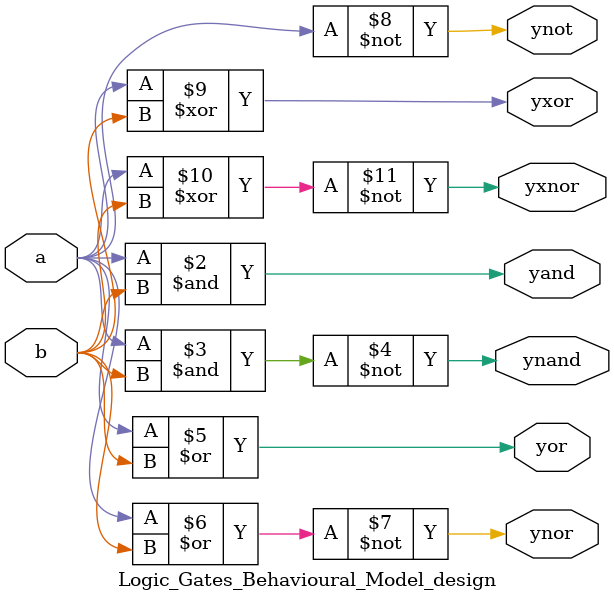
<source format=v>
`timescale 1ns / 1ps


module Logic_Gates_Behavioural_Model_design(
    input a,b,
    output reg yand, ynand, yor, ynor, ynot,
    yxor, yxnor
    );
        always @(a,b)begin
            yand = a & b;
            ynand = ~(a & b);
            yor = a|b;
            ynor = ~(a|b);
            ynot = ~a;
            yxor = a^b;
            yxnor = ~(a^b);
        end
endmodule
</source>
